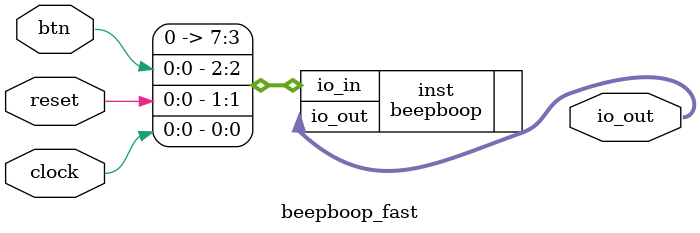
<source format=sv>
module beepboop_fast (
    input logic clock, // 2MHz
    input logic reset,
    input logic btn,
    output [5:0] io_out
);

    logic clock_slow;

    beepboop inst (
        .io_in({5'b0, btn, reset, clock}),
        .io_out(io_out)
    );

    logic [19:0] counter; // 10ms interval

    // Counter
    always_ff @(posedge clock) begin
        if (reset) begin
            counter <= 0;
            clock_slow <= 0;
        end
        else begin
            counter <= counter + 1;

            if (counter >= 9999) begin
                clock_slow <= ~clock_slow;
                counter <= 0;
            end
        end
    end
    
endmodule


</source>
